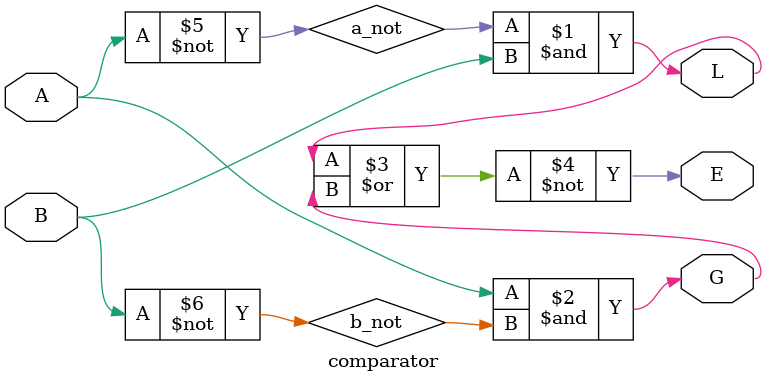
<source format=v>
`timescale 1ns / 1ps


module comparator(
    input A,
    input B,
    output G,
    output L,
    output E
    );

wire a_not, b_not;

not not_a(a_not,A);
not not_b(b_not,B);

and not_a_b(L, a_not, B);

and a_not_b(G, A, b_not);

nor equal(E, L, G);

endmodule

</source>
